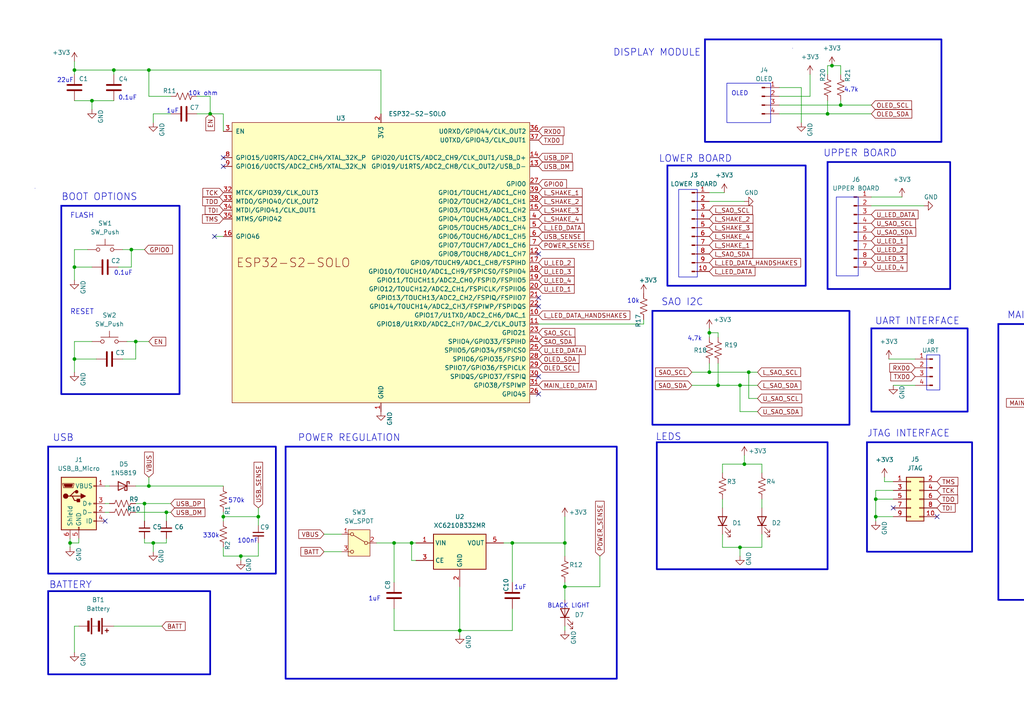
<source format=kicad_sch>
(kicad_sch (version 20231120) (generator "eeschema") (generator_version "8.0")
  (paper "A4")
  (junction (at 69.85 161.29))
  (junction (at 74.93 149.86))
  (junction (at 43.18 20.32))
  (junction (at 114.3 157.48))
  (junction (at 33.02 20.32))
  (junction (at 163.83 170.18))
  (junction (at 148.59 157.48))
  (junction (at 48.26 148.59))
  (junction (at 43.18 140.97))
  (junction (at 449.58 167.64))
  (junction (at 345.44 146.05))
  (junction (at 21.59 77.47))
  (junction (at 38.1 72.39))
  (junction (at 254 149.86))
  (junction (at 214.63 158.75))
  (junction (at 20.32 157.48))
  (junction (at 372.11 167.64))
  (junction (at 41.91 146.05))
  (junction (at 372.11 102.87))
  (junction (at 372.11 128.27))
  (junction (at 21.59 104.14))
  (junction (at 163.83 157.48))
  (junction (at 372.11 146.05))
  (junction (at 316.23 128.27))
  (junction (at 398.78 128.27))
  (junction (at 398.78 102.87))
  (junction (at 208.28 111.76))
  (junction (at 425.45 146.05))
  (junction (at 425.45 167.64))
  (junction (at 240.03 33.02))
  (junction (at 317.5 146.05))
  (junction (at 345.44 102.87))
  (junction (at 254 144.78))
  (junction (at 317.5 167.64))
  (junction (at 39.37 99.06))
  (junction (at 26.67 29.21))
  (junction (at 119.38 157.48))
  (junction (at 217.17 107.95))
  (junction (at 214.63 111.76))
  (junction (at 64.77 149.86))
  (junction (at 398.78 146.05))
  (junction (at 205.74 96.52))
  (junction (at 205.74 107.95))
  (junction (at 60.96 33.02))
  (junction (at 21.59 20.32))
  (junction (at 215.9 134.62))
  (junction (at 241.3 19.05))
  (junction (at 243.84 30.48))
  (junction (at 345.44 167.64))
  (junction (at 44.45 157.48))
  (junction (at 316.23 102.87))
  (junction (at 449.58 146.05))
  (junction (at 398.78 167.64))
  (junction (at 345.44 128.27))
  (junction (at 133.35 182.88))
  (no_connect (at 220.98 259.08))
  (no_connect (at 64.77 45.72))
  (no_connect (at 259.08 147.32))
  (no_connect (at 483.87 156.21))
  (no_connect (at 156.21 86.36))
  (no_connect (at 156.21 73.66))
  (no_connect (at 156.21 88.9))
  (no_connect (at 156.21 114.3))
  (no_connect (at 30.48 151.13))
  (no_connect (at 62.23 68.58))
  (no_connect (at 271.78 149.86))
  (no_connect (at 64.77 48.26))
  (no_connect (at 156.21 109.22))
  (wire (pts (xy 114.3 182.88) (xy 133.35 182.88)))
  (wire (pts (xy 398.78 146.05) (xy 398.78 148.59)))
  (wire (pts (xy 109.22 157.48) (xy 114.3 157.48)))
  (wire (pts (xy 205.74 96.52) (xy 205.74 97.79)))
  (wire (pts (xy 26.67 31.75) (xy 26.67 29.21)))
  (wire (pts (xy 48.26 148.59) (xy 49.53 148.59)))
  (wire (pts (xy 254 149.86) (xy 259.08 149.86)))
  (wire (pts (xy 372.11 146.05) (xy 372.11 148.59)))
  (wire (pts (xy 443.23 133.35) (xy 300.99 133.35)))
  (wire (pts (xy 214.63 158.75) (xy 220.98 158.75)))
  (wire (pts (xy 243.84 19.05) (xy 243.84 21.59)))
  (wire (pts (xy 215.9 134.62) (xy 220.98 134.62)))
  (wire (pts (xy 256.54 138.43) (xy 256.54 139.7)))
  (wire (pts (xy 33.02 20.32) (xy 33.02 21.59)))
  (wire (pts (xy 433.07 116.84) (xy 443.23 116.84)))
  (wire (pts (xy 240.03 29.21) (xy 240.03 33.02)))
  (wire (pts (xy 433.07 156.21) (xy 441.96 156.21)))
  (wire (pts (xy 208.28 96.52) (xy 205.74 96.52)))
  (wire (pts (xy 345.44 146.05) (xy 317.5 146.05)))
  (wire (pts (xy 21.59 81.28) (xy 21.59 77.47)))
  (wire (pts (xy 200.66 111.76) (xy 208.28 111.76)))
  (wire (pts (xy 133.35 170.18) (xy 133.35 182.88)))
  (wire (pts (xy 39.37 99.06) (xy 43.18 99.06)))
  (wire (pts (xy 406.4 156.21) (xy 417.83 156.21)))
  (wire (pts (xy 21.59 181.61) (xy 21.59 189.23)))
  (wire (pts (xy 372.11 128.27) (xy 398.78 128.27)))
  (wire (pts (xy 20.32 157.48) (xy 22.86 157.48)))
  (wire (pts (xy 317.5 163.83) (xy 317.5 167.64)))
  (wire (pts (xy 372.11 102.87) (xy 372.11 109.22)))
  (wire (pts (xy 220.98 144.78) (xy 220.98 147.32)))
  (wire (pts (xy 449.58 167.64) (xy 476.25 167.64)))
  (wire (pts (xy 240.03 21.59) (xy 240.03 19.05)))
  (wire (pts (xy 43.18 140.97) (xy 39.37 140.97)))
  (wire (pts (xy 21.59 17.78) (xy 21.59 20.32)))
  (wire (pts (xy 110.49 20.32) (xy 110.49 33.02)))
  (wire (pts (xy 163.83 157.48) (xy 163.83 149.86)))
  (wire (pts (xy 119.38 162.56) (xy 119.38 157.48)))
  (wire (pts (xy 33.02 20.32) (xy 21.59 20.32)))
  (wire (pts (xy 39.37 146.05) (xy 41.91 146.05)))
  (wire (pts (xy 379.73 156.21) (xy 391.16 156.21)))
  (wire (pts (xy 372.11 167.64) (xy 398.78 167.64)))
  (wire (pts (xy 425.45 146.05) (xy 449.58 146.05)))
  (wire (pts (xy 259.08 142.24) (xy 254 142.24)))
  (wire (pts (xy 316.23 124.46) (xy 316.23 128.27)))
  (wire (pts (xy 26.67 77.47) (xy 21.59 77.47)))
  (wire (pts (xy 148.59 157.48) (xy 148.59 168.91)))
  (wire (pts (xy 425.45 148.59) (xy 425.45 146.05)))
  (wire (pts (xy 30.48 148.59) (xy 31.75 148.59)))
  (wire (pts (xy 476.25 146.05) (xy 449.58 146.05)))
  (wire (pts (xy 74.93 152.4) (xy 74.93 149.86)))
  (wire (pts (xy 345.44 163.83) (xy 345.44 167.64)))
  (wire (pts (xy 36.83 99.06) (xy 39.37 99.06)))
  (wire (pts (xy 74.93 147.32) (xy 74.93 149.86)))
  (wire (pts (xy 300.99 156.21) (xy 309.88 156.21)))
  (wire (pts (xy 406.4 116.84) (xy 417.83 116.84)))
  (wire (pts (xy 425.45 167.64) (xy 449.58 167.64)))
  (wire (pts (xy 173.99 161.29) (xy 173.99 170.18)))
  (wire (pts (xy 119.38 157.48) (xy 120.65 157.48)))
  (wire (pts (xy 457.2 156.21) (xy 468.63 156.21)))
  (wire (pts (xy 208.28 97.79) (xy 208.28 96.52)))
  (wire (pts (xy 209.55 144.78) (xy 209.55 147.32)))
  (wire (pts (xy 398.78 167.64) (xy 425.45 167.64)))
  (wire (pts (xy 425.45 163.83) (xy 425.45 167.64)))
  (wire (pts (xy 345.44 124.46) (xy 345.44 128.27)))
  (wire (pts (xy 21.59 72.39) (xy 25.4 72.39)))
  (wire (pts (xy 345.44 102.87) (xy 345.44 109.22)))
  (wire (pts (xy 214.63 119.38) (xy 219.71 119.38)))
  (wire (pts (xy 64.77 158.75) (xy 64.77 161.29)))
  (wire (pts (xy 208.28 105.41) (xy 208.28 111.76)))
  (wire (pts (xy 345.44 128.27) (xy 372.11 128.27)))
  (wire (pts (xy 257.81 104.14) (xy 265.43 104.14)))
  (wire (pts (xy 425.45 109.22) (xy 425.45 102.87)))
  (wire (pts (xy 21.59 29.21) (xy 26.67 29.21)))
  (wire (pts (xy 215.9 58.42) (xy 205.74 58.42)))
  (wire (pts (xy 476.25 163.83) (xy 476.25 167.64)))
  (wire (pts (xy 39.37 104.14) (xy 39.37 99.06)))
  (wire (pts (xy 114.3 157.48) (xy 114.3 168.91)))
  (wire (pts (xy 317.5 146.05) (xy 317.5 148.59)))
  (wire (pts (xy 48.26 157.48) (xy 48.26 156.21)))
  (wire (pts (xy 345.44 102.87) (xy 372.11 102.87)))
  (wire (pts (xy 217.17 107.95) (xy 217.17 115.57)))
  (wire (pts (xy 254 142.24) (xy 254 144.78)))
  (wire (pts (xy 49.53 27.94) (xy 43.18 27.94)))
  (wire (pts (xy 148.59 182.88) (xy 148.59 176.53)))
  (wire (pts (xy 30.48 146.05) (xy 31.75 146.05)))
  (wire (pts (xy 241.3 19.05) (xy 243.84 19.05)))
  (wire (pts (xy 372.11 124.46) (xy 372.11 128.27)))
  (wire (pts (xy 21.59 104.14) (xy 21.59 99.06)))
  (wire (pts (xy 234.95 27.94) (xy 226.06 27.94)))
  (wire (pts (xy 398.78 124.46) (xy 398.78 128.27)))
  (wire (pts (xy 43.18 138.43) (xy 43.18 140.97)))
  (wire (pts (xy 148.59 157.48) (xy 163.83 157.48)))
  (wire (pts (xy 316.23 102.87) (xy 345.44 102.87)))
  (wire (pts (xy 27.94 104.14) (xy 21.59 104.14)))
  (wire (pts (xy 43.18 27.94) (xy 43.18 20.32)))
  (wire (pts (xy 21.59 99.06) (xy 26.67 99.06)))
  (wire (pts (xy 372.11 146.05) (xy 345.44 146.05)))
  (wire (pts (xy 398.78 109.22) (xy 398.78 102.87)))
  (wire (pts (xy 133.35 184.15) (xy 133.35 182.88)))
  (wire (pts (xy 30.48 140.97) (xy 31.75 140.97)))
  (wire (pts (xy 209.55 137.16) (xy 209.55 134.62)))
  (wire (pts (xy 114.3 157.48) (xy 119.38 157.48)))
  (wire (pts (xy 62.23 68.58) (xy 64.77 68.58)))
  (wire (pts (xy 353.06 116.84) (xy 364.49 116.84)))
  (wire (pts (xy 240.03 33.02) (xy 252.73 33.02)))
  (wire (pts (xy 35.56 104.14) (xy 39.37 104.14)))
  (wire (pts (xy 22.86 157.48) (xy 22.86 156.21)))
  (wire (pts (xy 449.58 146.05) (xy 449.58 148.59)))
  (wire (pts (xy 256.54 139.7) (xy 259.08 139.7)))
  (wire (pts (xy 60.96 33.02) (xy 64.77 33.02)))
  (wire (pts (xy 209.55 134.62) (xy 215.9 134.62)))
  (wire (pts (xy 48.26 148.59) (xy 48.26 151.13)))
  (wire (pts (xy 43.18 20.32) (xy 33.02 20.32)))
  (wire (pts (xy 38.1 72.39) (xy 38.1 77.47)))
  (wire (pts (xy 64.77 33.02) (xy 64.77 38.1)))
  (wire (pts (xy 74.93 149.86) (xy 64.77 149.86)))
  (wire (pts (xy 234.95 21.59) (xy 234.95 27.94)))
  (wire (pts (xy 93.98 160.02) (xy 99.06 160.02)))
  (wire (pts (xy 304.8 102.87) (xy 316.23 102.87)))
  (wire (pts (xy 205.74 105.41) (xy 205.74 107.95)))
  (wire (pts (xy 64.77 148.59) (xy 64.77 149.86)))
  (wire (pts (xy 449.58 163.83) (xy 449.58 167.64)))
  (wire (pts (xy 476.25 148.59) (xy 476.25 146.05)))
  (wire (pts (xy 21.59 77.47) (xy 21.59 72.39)))
  (wire (pts (xy 41.91 156.21) (xy 41.91 157.48)))
  (wire (pts (xy 254 149.86) (xy 254 151.13)))
  (wire (pts (xy 69.85 162.56) (xy 69.85 161.29)))
  (wire (pts (xy 214.63 161.29) (xy 214.63 158.75)))
  (wire (pts (xy 215.9 132.08) (xy 215.9 134.62)))
  (wire (pts (xy 114.3 182.88) (xy 114.3 176.53)))
  (wire (pts (xy 220.98 154.94) (xy 220.98 158.75)))
  (wire (pts (xy 35.56 72.39) (xy 38.1 72.39)))
  (wire (pts (xy 209.55 154.94) (xy 209.55 158.75)))
  (wire (pts (xy 41.91 157.48) (xy 44.45 157.48)))
  (wire (pts (xy 163.83 157.48) (xy 163.83 161.29)))
  (wire (pts (xy 44.45 35.56) (xy 44.45 33.02)))
  (wire (pts (xy 220.98 134.62) (xy 220.98 137.16)))
  (wire (pts (xy 243.84 30.48) (xy 252.73 30.48)))
  (wire (pts (xy 22.86 181.61) (xy 21.59 181.61)))
  (wire (pts (xy 146.05 157.48) (xy 148.59 157.48)))
  (wire (pts (xy 163.83 170.18) (xy 163.83 173.99)))
  (wire (pts (xy 60.96 27.94) (xy 57.15 27.94)))
  (wire (pts (xy 379.73 116.84) (xy 391.16 116.84)))
  (wire (pts (xy 353.06 156.21) (xy 364.49 156.21)))
  (wire (pts (xy 425.45 146.05) (xy 398.78 146.05)))
  (wire (pts (xy 425.45 124.46) (xy 425.45 128.27)))
  (wire (pts (xy 93.98 154.94) (xy 99.06 154.94)))
  (wire (pts (xy 163.83 168.91) (xy 163.83 170.18)))
  (wire (pts (xy 26.67 29.21) (xy 33.02 29.21)))
  (wire (pts (xy 325.12 156.21) (xy 337.82 156.21)))
  (wire (pts (xy 38.1 72.39) (xy 41.91 72.39)))
  (wire (pts (xy 345.44 146.05) (xy 345.44 148.59)))
  (wire (pts (xy 33.02 181.61) (xy 46.99 181.61)))
  (wire (pts (xy 261.62 57.15) (xy 252.73 57.15)))
  (wire (pts (xy 217.17 107.95) (xy 219.71 107.95)))
  (wire (pts (xy 21.59 20.32) (xy 21.59 21.59)))
  (wire (pts (xy 20.32 156.21) (xy 20.32 157.48)))
  (wire (pts (xy 41.91 146.05) (xy 49.53 146.05)))
  (wire (pts (xy 300.99 133.35) (xy 300.99 156.21)))
  (wire (pts (xy 120.65 162.56) (xy 119.38 162.56)))
  (wire (pts (xy 133.35 182.88) (xy 148.59 182.88)))
  (wire (pts (xy 259.08 111.76) (xy 265.43 111.76)))
  (wire (pts (xy 316.23 102.87) (xy 316.23 109.22)))
  (wire (pts (xy 173.99 170.18) (xy 163.83 170.18)))
  (wire (pts (xy 208.28 111.76) (xy 214.63 111.76)))
  (wire (pts (xy 398.78 128.27) (xy 425.45 128.27)))
  (wire (pts (xy 21.59 104.14) (xy 21.59 107.95)))
  (wire (pts (xy 60.96 27.94) (xy 60.96 33.02)))
  (wire (pts (xy 217.17 115.57) (xy 219.71 115.57)))
  (wire (pts (xy 43.18 140.97) (xy 64.77 140.97)))
  (wire (pts (xy 323.85 116.84) (xy 337.82 116.84)))
  (wire (pts (xy 372.11 102.87) (xy 398.78 102.87)))
  (wire (pts (xy 38.1 77.47) (xy 34.29 77.47)))
  (wire (pts (xy 372.11 163.83) (xy 372.11 167.64)))
  (wire (pts (xy 214.63 111.76) (xy 219.71 111.76)))
  (wire (pts (xy 317.5 167.64) (xy 345.44 167.64)))
  (wire (pts (xy 69.85 161.29) (xy 74.93 161.29)))
  (wire (pts (xy 186.69 92.71) (xy 186.69 93.98)))
  (wire (pts (xy 304.8 146.05) (xy 304.8 144.78)))
  (wire (pts (xy 240.03 19.05) (xy 241.3 19.05)))
  (wire (pts (xy 20.32 158.75) (xy 20.32 157.48)))
  (wire (pts (xy 267.97 59.69) (xy 252.73 59.69)))
  (wire (pts (xy 317.5 146.05) (xy 304.8 146.05)))
  (wire (pts (xy 254 144.78) (xy 259.08 144.78)))
  (wire (pts (xy 156.21 93.98) (xy 186.69 93.98)))
  (wire (pts (xy 64.77 161.29) (xy 69.85 161.29)))
  (wire (pts (xy 243.84 29.21) (xy 243.84 30.48)))
  (wire (pts (xy 60.96 33.02) (xy 57.15 33.02)))
  (wire (pts (xy 74.93 161.29) (xy 74.93 157.48)))
  (wire (pts (xy 226.06 30.48) (xy 243.84 30.48)))
  (wire (pts (xy 232.41 25.4) (xy 226.06 25.4)))
  (wire (pts (xy 163.83 181.61) (xy 163.83 182.88)))
  (wire (pts (xy 398.78 146.05) (xy 372.11 146.05)))
  (wire (pts (xy 41.91 151.13) (xy 41.91 146.05)))
  (wire (pts (xy 210.0855 55.88) (xy 205.74 55.88)))
  (wire (pts (xy 345.44 167.64) (xy 372.11 167.64)))
  (wire (pts (xy 43.18 20.32) (xy 110.49 20.32)))
  (wire (pts (xy 205.74 95.25) (xy 205.74 96.52)))
  (wire (pts (xy 44.45 157.48) (xy 48.26 157.48)))
  (wire (pts (xy 398.78 163.83) (xy 398.78 167.64)))
  (wire (pts (xy 443.23 116.84) (xy 443.23 133.35)))
  (wire (pts (xy 209.55 158.75) (xy 214.63 158.75)))
  (wire (pts (xy 64.77 149.86) (xy 64.77 151.13)))
  (wire (pts (xy 398.78 102.87) (xy 425.45 102.87)))
  (wire (pts (xy 214.63 119.38) (xy 214.63 111.76)))
  (wire (pts (xy 39.37 148.59) (xy 48.26 148.59)))
  (wire (pts (xy 232.41 25.4) (xy 232.41 35.56)))
  (wire (pts (xy 205.74 107.95) (xy 217.17 107.95)))
  (wire (pts (xy 44.45 33.02) (xy 49.53 33.02)))
  (wire (pts (xy 200.66 107.95) (xy 205.74 107.95)))
  (wire (pts (xy 306.07 128.27) (xy 316.23 128.27)))
  (wire (pts (xy 316.23 128.27) (xy 345.44 128.27)))
  (wire (pts (xy 254 144.78) (xy 254 149.86)))
  (wire (pts (xy 307.34 167.64) (xy 317.5 167.64)))
  (wire (pts (xy 44.45 160.02) (xy 44.45 157.48)))
  (wire (pts (xy 226.06 33.02) (xy 240.03 33.02)))
  (rectangle (start 189.23 90.17) (end 246.38 123.19) (stroke (width 0.5)))
  (rectangle (start 229.87 13.97) (end 229.87 13.97))
  (rectangle (start 10.16 54.61) (end 10.16 54.61))
  (rectangle (start 13.97 171.45) (end 60.96 195.58) (stroke (width 0.5)))
  (rectangle (start 193.5755 47.9965) (end 233.68 82.8802) (stroke (width 0.5)))
  (rectangle (start 268.7803 102.9425) (end 272.5903 113.1025))
  (rectangle (start 242.57 57.15) (end 248.92 80.01))
  (rectangle (start 82.8385 129.54) (end 178.8872 196.85) (stroke (width 0.5)))
  (rectangle (start 251.46 128.27) (end 281.94 160.02) (stroke (width 0.5)))
  (rectangle (start 13.97 129.54) (end 80.01 166.37) (stroke (width 0.5)))
  (rectangle (start 204.47 11.43) (end 273.05 41.1476) (stroke (width 0.5)))
  (rectangle (start 190.5 128.27) (end 240.03 165.1) (stroke (width 0.5)))
  (rectangle (start 17.78 59.69) (end 52.07 114.3) (stroke (width 0.5)))
  (rectangle (start 210.82 24.13) (end 223.52 35.56))
  (rectangle (start 252.73 95.25) (end 280.6509 119.38) (stroke (width 0.5)))
  (rectangle (start 196.85 54.9402) (end 202.2473 80.3402))
  (rectangle (start 240.03 46.99) (end 275.59 83.82) (stroke (width 0.5)))
  (rectangle (start 289.56 93.98) (end 494.03 173.99) (stroke (width 0.5)))
  (text "0.1uF" (at 34.29 29.21 0) (effects (font (size 1.27 1.27)) (justify left bottom)))
  (text "LEDS" (at 190.1298 128.0241 0) (effects (font (size 2 2)) (justify left bottom)))
  (text "BOOT OPTIONS" (at 17.78 58.42 0) (effects (font (size 2 2)) (justify left bottom)))
  (text "BATTERY" (at 14.224 170.942 0) (effects (font (size 2 2)) (justify left bottom)))
  (text "SAO I2C" (at 191.77 88.9 0) (effects (font (size 2 2)) (justify left bottom)))
  (text "UART INTERFACE" (at 253.7445 94.4313 0) (effects (font (size 2 2)) (justify left bottom)))
  (text "JTAG INTERFACE" (at 251.46 127 0) (effects (font (size 2 2)) (justify left bottom)))
  (text "10k ohm" (at 54.61 27.94 0) (effects (font (size 1.27 1.27)) (justify left bottom)))
  (text "POWER REGULATION" (at 86.36 128.27 0) (effects (font (size 2 2)) (justify left bottom)))
  (text "22uF" (at 16.51 24.13 0) (effects (font (size 1.27 1.27)) (justify left bottom)))
  (text "OLED" (at 212.09 27.94 0) (effects (font (size 1.27 1.27)) (justify left bottom)))
  (text "RESET" (at 20.32 91.44 0) (effects (font (size 1.5 1.5)) (justify left bottom)))
  (text "330k" (at 61.214 155.448 0) (effects (font (size 1.27 1.27))))
  (text "MAIN BOARD ADDRESSABLE LEDS" (at 292.1 92.71 0) (effects (font (size 2 2)) (justify left bottom)))
  (text "4.7k" (at 199.39 99.06 0) (effects (font (size 1.27 1.27)) (justify left bottom)))
  (text "1uF" (at 48.26 33.02 0) (effects (font (size 1.27 1.27)) (justify left bottom)))
  (text "1uF" (at 106.8332 174.4941 0) (effects (font (size 1.27 1.27)) (justify left bottom)))
  (text "USB" (at 15.24 128.27 0) (effects (font (size 2 2)) (justify left bottom)))
  (text "570k" (at 68.58 145.288 0) (effects (font (size 1.27 1.27))))
  (text "1uF" (at 149.098 171.196 0) (effects (font (size 1.27 1.27)) (justify left bottom)))
  (text "FLASH" (at 20.32 63.5 0) (effects (font (size 1.5 1.5)) (justify left bottom)))
  (text "100nF" (at 71.882 156.972 0) (effects (font (size 1.27 1.27))))
  (text "0.1uF" (at 33.02 80.01 0) (effects (font (size 1.27 1.27)) (justify left bottom)))
  (text "10k" (at 181.864 88.138 0) (effects (font (size 1.27 1.27)) (justify left bottom)))
  (text "4.7k" (at 246.888 26.162 0) (effects (font (size 1.27 1.27))))
  (text "UPPER BOARD" (at 238.76 45.72 0) (effects (font (size 2 2)) (justify left bottom)))
  (text "DISPLAY MODULE" (at 177.8 16.51 0) (effects (font (size 2 2)) (justify left bottom)))
  (text "BLACK LIGHT" (at 158.75 176.53 0) (effects (font (size 1.27 1.27)) (justify left bottom)))
  (text "LOWER BOARD" (at 191.0355 47.3202 0) (effects (font (size 2 2)) (justify left bottom)))
  (global_label "EN" (shape input) (at 43.18 99.06 0) (property "Intersheetrefs" "${INTERSHEET_REFS}" (effects (hide yes))))
  (global_label "SAO_SCL" (shape input) (at 200.66 107.95 180) (property "Intersheetrefs" "${INTERSHEET_REFS}" (effects (hide yes))))
  (global_label "TXD0" (shape input) (at 265.43 109.22 180) (property "Intersheetrefs" "${INTERSHEET_REFS}" (effects (hide yes))))
  (global_label "MAIN_LED_DATA" (shape input) (at 308.61 116.84 180) (property "Intersheetrefs" "${INTERSHEET_REFS}" (effects (hide yes))))
  (global_label "U_LED_1" (shape input) (at 156.21 83.82 0) (property "Intersheetrefs" "${INTERSHEET_REFS}" (effects (hide yes))))
  (global_label "U_LED_2" (shape input) (at 252.73 72.39 0) (property "Intersheetrefs" "${INTERSHEET_REFS}" (effects (hide yes))))
  (global_label "TDO" (shape input) (at 271.78 144.78 0) (property "Intersheetrefs" "${INTERSHEET_REFS}" (effects (hide yes))))
  (global_label "U_SAO_SCL" (shape input) (at 252.73 64.77 0) (property "Intersheetrefs" "${INTERSHEET_REFS}" (effects (hide yes))))
  (global_label "EN" (shape input) (at 60.96 33.02 270) (property "Intersheetrefs" "${INTERSHEET_REFS}" (effects (hide yes))))
  (global_label "TMS" (shape input) (at 271.78 139.7 0) (property "Intersheetrefs" "${INTERSHEET_REFS}" (effects (hide yes))))
  (global_label "U_LED_3" (shape input) (at 252.73 74.93 0) (property "Intersheetrefs" "${INTERSHEET_REFS}" (effects (hide yes))))
  (global_label "USB_DM" (shape input) (at 49.53 148.59 0) (property "Intersheetrefs" "${INTERSHEET_REFS}" (effects (hide yes))))
  (global_label "L_SHAKE_1" (shape input) (at 156.21 55.88 0) (property "Intersheetrefs" "${INTERSHEET_REFS}" (effects (hide yes))))
  (global_label "L_SHAKE_2" (shape input) (at 156.21 58.42 0) (property "Intersheetrefs" "${INTERSHEET_REFS}" (effects (hide yes))))
  (global_label "L_LED_DATA_HANDSHAKES" (shape input) (at 205.74 76.2 0) (property "Intersheetrefs" "${INTERSHEET_REFS}" (effects (hide yes))))
  (global_label "TMS" (shape input) (at 64.77 63.5 180) (property "Intersheetrefs" "${INTERSHEET_REFS}" (effects (hide yes))))
  (global_label "U_LED_1" (shape input) (at 252.73 69.85 0) (property "Intersheetrefs" "${INTERSHEET_REFS}" (effects (hide yes))))
  (global_label "SAO_SCL" (shape input) (at 156.21 96.52 0) (property "Intersheetrefs" "${INTERSHEET_REFS}" (effects (hide yes))))
  (global_label "POWER_SENSE" (shape input) (at 156.21 71.12 0) (property "Intersheetrefs" "${INTERSHEET_REFS}" (effects (hide yes))))
  (global_label "TDO" (shape input) (at 64.77 58.42 180) (property "Intersheetrefs" "${INTERSHEET_REFS}" (effects (hide yes))))
  (global_label "L_SHAKE_3" (shape input) (at 205.74 66.04 0) (property "Intersheetrefs" "${INTERSHEET_REFS}" (effects (hide yes))))
  (global_label "U_LED_DATA" (shape input) (at 252.73 62.23 0) (property "Intersheetrefs" "${INTERSHEET_REFS}" (effects (hide yes))))
  (global_label "TDI" (shape input) (at 271.78 147.32 0) (property "Intersheetrefs" "${INTERSHEET_REFS}" (effects (hide yes))))
  (global_label "U_SAO_SCL" (shape input) (at 219.71 115.57 0) (property "Intersheetrefs" "${INTERSHEET_REFS}" (effects (hide yes))))
  (global_label "TXD0" (shape input) (at 156.21 40.64 0) (property "Intersheetrefs" "${INTERSHEET_REFS}" (effects (hide yes))))
  (global_label "L_SHAKE_2" (shape input) (at 205.74 63.5 0) (property "Intersheetrefs" "${INTERSHEET_REFS}" (effects (hide yes))))
  (global_label "POWER_SENSE" (shape input) (at 173.99 161.29 90) (property "Intersheetrefs" "${INTERSHEET_REFS}" (effects (hide yes))))
  (global_label "U_SAO_SDA" (shape input) (at 252.73 67.31 0) (property "Intersheetrefs" "${INTERSHEET_REFS}" (effects (hide yes))))
  (global_label "L_SAO_SDA" (shape input) (at 219.71 111.76 0) (property "Intersheetrefs" "${INTERSHEET_REFS}" (effects (hide yes))))
  (global_label "L_LED_DATA_HANDSHAKES" (shape input) (at 156.21 91.44 0) (property "Intersheetrefs" "${INTERSHEET_REFS}" (effects (hide yes))))
  (global_label "L_SAO_SCL" (shape input) (at 205.74 60.96 0) (property "Intersheetrefs" "${INTERSHEET_REFS}" (effects (hide yes))))
  (global_label "L_SAO_SDA" (shape input) (at 205.74 73.66 0) (property "Intersheetrefs" "${INTERSHEET_REFS}" (effects (hide yes))))
  (global_label "USB_DP" (shape input) (at 156.21 45.72 0) (property "Intersheetrefs" "${INTERSHEET_REFS}" (effects (hide yes))))
  (global_label "RXD0" (shape input) (at 265.43 106.68 180) (property "Intersheetrefs" "${INTERSHEET_REFS}" (effects (hide yes))))
  (global_label "RXD0" (shape input) (at 156.21 38.1 0) (property "Intersheetrefs" "${INTERSHEET_REFS}" (effects (hide yes))))
  (global_label "GPIO0" (shape input) (at 41.91 72.39 0) (property "Intersheetrefs" "${INTERSHEET_REFS}" (effects (hide yes))))
  (global_label "TCK" (shape input) (at 271.78 142.24 0) (property "Intersheetrefs" "${INTERSHEET_REFS}" (effects (hide yes))))
  (global_label "U_LED_3" (shape input) (at 156.21 78.74 0) (property "Intersheetrefs" "${INTERSHEET_REFS}" (effects (hide yes))))
  (global_label "L_SHAKE_3" (shape input) (at 156.21 60.96 0) (property "Intersheetrefs" "${INTERSHEET_REFS}" (effects (hide yes))))
  (global_label "SAO_SDA" (shape input) (at 200.66 111.76 180) (property "Intersheetrefs" "${INTERSHEET_REFS}" (effects (hide yes))))
  (global_label "BATT" (shape input) (at 93.98 160.02 180) (property "Intersheetrefs" "${INTERSHEET_REFS}" (effects (hide yes))))
  (global_label "OLED_SDA" (shape input) (at 252.73 33.02 0) (property "Intersheetrefs" "${INTERSHEET_REFS}" (effects (hide yes))))
  (global_label "L_LED_DATA" (shape input) (at 205.74 78.74 0) (property "Intersheetrefs" "${INTERSHEET_REFS}" (effects (hide yes))))
  (global_label "OLED_SDA" (shape input) (at 156.21 104.14 0) (property "Intersheetrefs" "${INTERSHEET_REFS}" (effects (hide yes))))
  (global_label "L_LED_DATA" (shape input) (at 156.21 66.04 0) (property "Intersheetrefs" "${INTERSHEET_REFS}" (effects (hide yes))))
  (global_label "U_LED_DATA" (shape input) (at 156.21 101.6 0) (property "Intersheetrefs" "${INTERSHEET_REFS}" (effects (hide yes))))
  (global_label "MAIN_LED_DATA" (shape input) (at 156.21 111.76 0) (property "Intersheetrefs" "${INTERSHEET_REFS}" (effects (hide yes))))
  (global_label "L_SHAKE_4" (shape input) (at 156.21 63.5 0) (property "Intersheetrefs" "${INTERSHEET_REFS}" (effects (hide yes))))
  (global_label "U_SAO_SDA" (shape input) (at 219.71 119.38 0) (property "Intersheetrefs" "${INTERSHEET_REFS}" (effects (hide yes))))
  (global_label "VBUS" (shape input) (at 43.18 138.43 90) (property "Intersheetrefs" "${INTERSHEET_REFS}" (effects (hide yes))))
  (global_label "SAO_SDA" (shape input) (at 156.21 99.06 0) (property "Intersheetrefs" "${INTERSHEET_REFS}" (effects (hide yes))))
  (global_label "BATT" (shape input) (at 46.99 181.61 0) (property "Intersheetrefs" "${INTERSHEET_REFS}" (effects (hide yes))))
  (global_label "GPIO0" (shape input) (at 156.21 53.34 0) (property "Intersheetrefs" "${INTERSHEET_REFS}" (effects (hide yes))))
  (global_label "OLED_SCL" (shape input) (at 156.21 106.68 0) (property "Intersheetrefs" "${INTERSHEET_REFS}" (effects (hide yes))))
  (global_label "U_LED_2" (shape input) (at 156.21 76.2 0) (property "Intersheetrefs" "${INTERSHEET_REFS}" (effects (hide yes))))
  (global_label "TCK" (shape input) (at 64.77 55.88 180) (property "Intersheetrefs" "${INTERSHEET_REFS}" (effects (hide yes))))
  (global_label "U_LED_4" (shape input) (at 156.21 81.28 0) (property "Intersheetrefs" "${INTERSHEET_REFS}" (effects (hide yes))))
  (global_label "USB_DP" (shape input) (at 49.53 146.05 0) (property "Intersheetrefs" "${INTERSHEET_REFS}" (effects (hide yes))))
  (global_label "L_SAO_SCL" (shape input) (at 219.71 107.95 0) (property "Intersheetrefs" "${INTERSHEET_REFS}" (effects (hide yes))))
  (global_label "USB_DM" (shape input) (at 156.21 48.26 0) (property "Intersheetrefs" "${INTERSHEET_REFS}" (effects (hide yes))))
  (global_label "L_SHAKE_4" (shape input) (at 205.74 68.58 0) (property "Intersheetrefs" "${INTERSHEET_REFS}" (effects (hide yes))))
  (global_label "USB_SENSE" (shape input) (at 156.21 68.58 0) (property "Intersheetrefs" "${INTERSHEET_REFS}" (effects (hide yes))))
  (global_label "USB_SENSE" (shape input) (at 74.93 147.32 90) (property "Intersheetrefs" "${INTERSHEET_REFS}" (effects (hide yes))))
  (global_label "L_SHAKE_1" (shape input) (at 205.74 71.12 0) (property "Intersheetrefs" "${INTERSHEET_REFS}" (effects (hide yes))))
  (global_label "OLED_SCL" (shape input) (at 252.73 30.48 0) (property "Intersheetrefs" "${INTERSHEET_REFS}" (effects (hide yes))))
  (global_label "U_LED_4" (shape input) (at 252.73 77.47 0) (property "Intersheetrefs" "${INTERSHEET_REFS}" (effects (hide yes))))
  (global_label "VBUS" (shape input) (at 93.98 154.94 180) (property "Intersheetrefs" "${INTERSHEET_REFS}" (effects (hide yes))))
  (global_label "TDI" (shape input) (at 64.77 60.96 180) (property "Intersheetrefs" "${INTERSHEET_REFS}" (effects (hide yes))))
  (symbol (lib_id "power:GND") (at 44.45 35.56 0) (unit 1)
    (property "Reference" "#PWR015" (effects (hide yes)))
    (property "Value" "GND" (at 46.99 35.56 90) (effects (justify right)))
  )
  (symbol (lib_id "Device:C_Small") (at 74.93 154.94 0) (unit 1)
    (property "Reference" "C9" (at 75.438 152.908 0) (effects (justify left)))
    (property "Value" "10uF" (effects (hide yes)))
    (property "Footprint" "Capacitor_SMD:C_0603_1608Metric_Pad1.08x0.95mm_HandSolder" (effects (hide yes)))
  )
  (symbol (lib_id "Device:R_US") (at 243.84 25.4 180) (unit 1)
    (property "Reference" "R21" (at 245.872 21.844 90))
    (property "Value" "R_US" (effects (hide yes)))
    (property "Footprint" "Resistor_SMD:R_0603_1608Metric_Pad0.98x0.95mm_HandSolder" (effects (hide yes)))
  )
  (symbol (lib_id "LED:SK6812MINI") (at 316.23 116.84 0) (unit 1)
    (property "Reference" "D8" (at 328.93 113.1921 0))
    (property "Value" "SK6812MINI" (at 328.93 115.7321 0))
    (property "Footprint" "mad_hatter_badge:mad_hatter_sk6812mini" (effects (hide yes)))
    (property "Datasheet" "https://cdn-shop.adafruit.com/product-files/2686/SK6812MINI_REV.01-1-2.pdf" (effects (hide yes)))
  )
  (symbol (lib_id "Connector:Conn_01x10_Pin") (at 200.66 66.04 0) (unit 1)
    (property "Reference" "J3" (at 201.295 50.8 0))
    (property "Value" "LOWER BOARD" (at 201.295 53.34 0))
    (property "Footprint" "mad_hatter_badge:mad_hatter_lower_board_connector" (effects (hide yes)))
  )
  (symbol (lib_id "Device:R_US") (at 64.77 154.94 180) (unit 1)
    (property "Reference" "R2" (at 65.9983 158.1967 90))
    (property "Value" "R_US" (effects (hide yes)))
    (property "Footprint" "Resistor_SMD:R_0603_1608Metric_Pad0.98x0.95mm_HandSolder" (effects (hide yes)))
  )
  (symbol (lib_id "power:+3V3") (at 234.95 21.59 0) (unit 1)
    (property "Reference" "#PWR01" (effects (hide yes)))
    (property "Value" "+3V3" (at 234.95 16.51 0))
  )
  (symbol (lib_id "power:GND") (at 21.59 189.23 0) (unit 1)
    (property "Reference" "#PWR013" (effects (hide yes)))
    (property "Value" "GND" (at 24.13 189.23 90) (effects (justify right)))
  )
  (symbol (lib_id "Device:R_US") (at 240.03 25.4 180) (unit 1)
    (property "Reference" "R20" (at 238.6251 21.7734 90))
    (property "Value" "R_US" (effects (hide yes)))
    (property "Footprint" "Resistor_SMD:R_0603_1608Metric_Pad0.98x0.95mm_HandSolder" (effects (hide yes)))
  )
  (symbol (lib_id "Device:C") (at 53.34 33.02 270) (unit 1)
    (property "Reference" "C7" (at 56.4037 31.1915 90))
    (property "Value" "C" (effects (hide yes)))
    (property "Footprint" "Capacitor_SMD:C_0603_1608Metric_Pad1.08x0.95mm_HandSolder" (effects (hide yes)))
  )
  (symbol (lib_id "LED:SK6812MINI") (at 398.78 156.21 0) (unit 1)
    (property "Reference" "D16" (at 411.48 152.5621 0))
    (property "Value" "SK6812MINI" (at 411.48 155.1021 0))
    (property "Footprint" "mad_hatter_badge:mad_hatter_sk6812mini" (effects (hide yes)))
    (property "Datasheet" "https://cdn-shop.adafruit.com/product-files/2686/SK6812MINI_REV.01-1-2.pdf" (effects (hide yes)))
  )
  (symbol (lib_id "LED:SK6812MINI") (at 449.58 156.21 0) (unit 1)
    (property "Reference" "D18" (at 462.28 152.5621 0))
    (property "Value" "SK6812MINI" (at 462.28 155.1021 0))
    (property "Footprint" "mad_hatter_badge:mad_hatter_sk6812mini" (effects (hide yes)))
    (property "Datasheet" "https://cdn-shop.adafruit.com/product-files/2686/SK6812MINI_REV.01-1-2.pdf" (effects (hide yes)))
  )
  (symbol (lib_id "Device:R_US") (at 205.74 101.6 0) (unit 1)
    (property "Reference" "R18" (at 201.168 101.6 0) (effects (justify left)))
    (property "Value" "R_US" (effects (hide yes)))
    (property "Footprint" "Resistor_SMD:R_0603_1608Metric_Pad0.98x0.95mm_HandSolder" (effects (hide yes)))
  )
  (symbol (lib_id "power:GND") (at 44.45 160.02 0) (unit 1)
    (property "Reference" "#PWR016" (effects (hide yes)))
    (property "Value" "GND" (at 46.736 159.258 90) (effects (justify right)))
  )
  (symbol (lib_id "PCM_Espressif:ESP32-S2-SOLO") (at 110.49 76.2 0) (unit 1)
    (property "Reference" "U3" (at 97.4441 34.29 0) (effects (justify left)))
    (property "Value" "ESP32-S2-SOLO" (at 112.6841 33.02 0) (effects (justify left)))
    (property "Footprint" "PCM_Espressif:ESP32-S2-SOLO" (effects (hide yes)))
    (property "Datasheet" "https://www.espressif.com/sites/default/files/documentation/esp32-s2-solo_esp32-s2-solo-u_datasheet_en.pdf" (effects (hide yes)))
  )
  (symbol (lib_id "Device:LED") (at 209.55 151.13 90) (unit 1)
    (property "Reference" "D1" (at 212.4013 151.6696 90) (effects (justify right)))
    (property "Value" "LED" (effects (hide yes)))
    (property "Footprint" "LED_SMD:LED_1206_3216Metric_Pad1.42x1.75mm_HandSolder" (effects (hide yes)))
  )
  (symbol (lib_id "LED:SK6812MINI") (at 317.5 156.21 0) (unit 1)
    (property "Reference" "D13" (at 330.2 152.5621 0))
    (property "Value" "SK6812MINI" (at 330.2 155.1021 0))
    (property "Footprint" "mad_hatter_badge:mad_hatter_sk6812mini" (effects (hide yes)))
    (property "Datasheet" "https://cdn-shop.adafruit.com/product-files/2686/SK6812MINI_REV.01-1-2.pdf" (effects (hide yes)))
  )
  (symbol (lib_id "power:GND") (at 69.85 162.56 0) (unit 1)
    (property "Reference" "#PWR02" (effects (hide yes)))
    (property "Value" "GND" (at 72.136 161.798 90) (effects (justify right)))
  )
  (symbol (lib_id "power:GND") (at 21.59 107.95 0) (unit 1)
    (property "Reference" "#PWR012" (effects (hide yes)))
    (property "Value" "GND" (at 24.13 107.95 90) (effects (justify right)))
  )
  (symbol (lib_id "LED:SK6812MINI") (at 425.45 116.84 0) (unit 1)
    (property "Reference" "D12" (at 438.15 113.1921 0))
    (property "Value" "SK6812MINI" (at 438.15 115.7321 0))
    (property "Footprint" "mad_hatter_badge:mad_hatter_sk6812mini" (effects (hide yes)))
    (property "Datasheet" "https://cdn-shop.adafruit.com/product-files/2686/SK6812MINI_REV.01-1-2.pdf" (effects (hide yes)))
  )
  (symbol (lib_id "Device:R_US") (at 64.77 144.78 180) (unit 1)
    (property "Reference" "R1" (at 65.9983 148.0367 90))
    (property "Value" "R_US" (effects (hide yes)))
    (property "Footprint" "Resistor_SMD:R_0603_1608Metric_Pad0.98x0.95mm_HandSolder" (effects (hide yes)))
  )
  (symbol (lib_id "power:+3V3") (at 241.3 19.05 0) (unit 1)
    (property "Reference" "#PWR033" (effects (hide yes)))
    (property "Value" "+3V3" (at 241.3 13.97 0))
  )
  (symbol (lib_id "power:GND") (at 259.08 111.76 0) (unit 1)
    (property "Reference" "#PWR035" (effects (hide yes)))
    (property "Value" "GND" (at 261.62 111.76 90) (effects (justify right)))
  )
  (symbol (lib_id "power:+3V3") (at 21.59 17.78 0) (unit 1)
    (property "Reference" "#PWR010" (effects (hide yes)))
    (property "Value" "+3V3" (at 17.78 15.24 0))
  )
  (symbol (lib_id "Device:C") (at 31.75 104.14 270) (unit 1)
    (property "Reference" "C3" (at 34.8137 102.3115 90))
    (property "Value" "C" (effects (hide yes)))
    (property "Footprint" "Capacitor_SMD:C_0603_1608Metric_Pad1.08x0.95mm_HandSolder" (effects (hide yes)))
  )
  (symbol (lib_id "LED:SK6812MINI") (at 372.11 156.21 0) (unit 1)
    (property "Reference" "D15" (at 384.81 152.5621 0))
    (property "Value" "SK6812MINI" (at 384.81 155.1021 0))
    (property "Footprint" "mad_hatter_badge:mad_hatter_sk6812mini" (effects (hide yes)))
    (property "Datasheet" "https://cdn-shop.adafruit.com/product-files/2686/SK6812MINI_REV.01-1-2.pdf" (effects (hide yes)))
  )
  (symbol (lib_id "power:+3V3") (at 186.69 85.09 0) (unit 1)
    (property "Reference" "#PWR023" (effects (hide yes)))
    (property "Value" "+3V3" (at 187.96 81.28 0))
  )
  (symbol (lib_id "Switch:SW_Push") (at 31.75 99.06 0) (unit 1)
    (property "Reference" "SW2" (at 31.75 91.44 0))
    (property "Value" "SW_Push" (at 31.75 93.98 0))
    (property "Footprint" "Button_Switch_SMD:SW_SPST_TL3305A" (effects (hide yes)))
  )
  (symbol (lib_id "power:+3V3") (at 304.8 144.78 0) (unit 1)
    (property "Reference" "#PWR041" (effects (hide yes)))
    (property "Value" "+3V3" (at 304.8 139.7 0))
  )
  (symbol (lib_id "LED:SK6812MINI") (at 398.78 116.84 0) (unit 1)
    (property "Reference" "D11" (at 411.48 113.1921 0))
    (property "Value" "SK6812MINI" (at 411.48 115.7321 0))
    (property "Footprint" "mad_hatter_badge:mad_hatter_sk6812mini" (effects (hide yes)))
    (property "Datasheet" "https://cdn-shop.adafruit.com/product-files/2686/SK6812MINI_REV.01-1-2.pdf" (effects (hide yes)))
  )
  (symbol (lib_id "power:GND") (at 254 151.13 0) (unit 1)
    (property "Reference" "#PWR028" (effects (hide yes)))
    (property "Value" "GND" (at 256.54 151.13 90) (effects (justify right)))
  )
  (symbol (lib_id "power:GND") (at 20.32 158.75 0) (unit 1)
    (property "Reference" "#PWR09" (effects (hide yes)))
    (property "Value" "GND" (at 22.86 158.75 90) (effects (justify right)))
  )
  (symbol (lib_id "Device:LED") (at 220.98 151.13 90) (unit 1)
    (property "Reference" "D2" (at 223.8313 151.6696 90) (effects (justify right)))
    (property "Value" "LED" (effects (hide yes)))
    (property "Footprint" "LED_SMD:LED_1206_3216Metric_Pad1.42x1.75mm_HandSolder" (effects (hide yes)))
  )
  (symbol (lib_id "LED:SK6812MINI") (at 345.44 156.21 0) (unit 1)
    (property "Reference" "D14" (at 358.14 152.5621 0))
    (property "Value" "SK6812MINI" (at 358.14 155.1021 0))
    (property "Footprint" "mad_hatter_badge:mad_hatter_sk6812mini" (effects (hide yes)))
    (property "Datasheet" "https://cdn-shop.adafruit.com/product-files/2686/SK6812MINI_REV.01-1-2.pdf" (effects (hide yes)))
  )
  (symbol (lib_id "power:GND") (at 267.97 59.69 90) (unit 1)
    (property "Reference" "#PWR039" (effects (hide yes)))
    (property "Value" "GND" (at 267.97 57.15 90) (effects (justify right)))
  )
  (symbol (lib_id "LED:SK6812MINI") (at 476.25 156.21 0) (unit 1)
    (property "Reference" "D19" (at 488.95 152.5621 0))
    (property "Value" "SK6812MINI" (at 488.95 155.1021 0))
    (property "Footprint" "mad_hatter_badge:mad_hatter_sk6812mini" (effects (hide yes)))
    (property "Datasheet" "https://cdn-shop.adafruit.com/product-files/2686/SK6812MINI_REV.01-1-2.pdf" (effects (hide yes)))
  )
  (symbol (lib_id "power:GND") (at 214.63 161.29 0) (unit 1)
    (property "Reference" "#PWR03" (effects (hide yes)))
    (property "Value" "GND" (at 217.17 160.02 90) (effects (justify right)))
  )
  (symbol (lib_id "Device:C") (at 30.48 77.47 270) (unit 1)
    (property "Reference" "C2" (at 33.5437 75.6415 90))
    (property "Value" "C" (effects (hide yes)))
    (property "Footprint" "Capacitor_SMD:C_0603_1608Metric_Pad1.08x0.95mm_HandSolder" (effects (hide yes)))
  )
  (symbol (lib_id "Device:C_Small") (at 48.26 153.67 0) (unit 1)
    (property "Reference" "C6" (at 50.5841 152.8416 0) (effects (justify left)))
    (property "Value" "10uF" (effects (hide yes)))
    (property "Footprint" "Capacitor_SMD:C_0603_1608Metric_Pad1.08x0.95mm_HandSolder" (effects (hide yes)))
  )
  (symbol (lib_id "power:+3V3") (at 256.54 138.43 0) (unit 1)
    (property "Reference" "#PWR029" (effects (hide yes)))
    (property "Value" "+3V3" (at 256.54 133.35 0))
  )
  (symbol (lib_id "Connector:USB_B_Micro") (at 22.86 146.05 0) (unit 1)
    (property "Reference" "J1" (at 22.86 133.35 0))
    (property "Value" "USB_B_Micro" (at 22.86 135.89 0))
    (property "Footprint" "Connector_USB:USB_Micro-B_Amphenol_10118193-0001LF_Horizontal" (effects (hide yes)))
  )
  (symbol (lib_id "Switch:SW_SPDT") (at 104.14 157.48 0) (mirror y) (unit 1)
    (property "Reference" "SW3" (at 104.14 148.59 0))
    (property "Value" "SW_SPDT" (at 104.14 151.13 0))
    (property "Footprint" "mad_hatter_badge:mad_hatter_switch_2" (effects (hide yes)))
  )
  (symbol (lib_id "power:+3V3") (at 261.62 57.15 0) (unit 1)
    (property "Reference" "#PWR038" (effects (hide yes)))
    (property "Value" "+3V3" (at 261.62 52.07 0))
  )
  (symbol (lib_id "power:+3V3") (at 215.9 132.08 0) (unit 1)
    (property "Reference" "#PWR05" (effects (hide yes)))
    (property "Value" "+3V3" (at 219.71 130.81 0))
  )
  (symbol (lib_id "power:GND") (at 306.07 128.27 0) (unit 1)
    (property "Reference" "#PWR042" (effects (hide yes)))
    (property "Value" "GND" (at 308.61 128.27 90) (effects (justify right)))
  )
  (symbol (lib_id "Device:C") (at 21.59 25.4 0) (unit 1)
    (property "Reference" "C1" (at 22.86 22.86 0) (effects (justify left)))
    (property "Value" "C" (effects (hide yes)))
    (property "Footprint" "Capacitor_SMD:C_0805_2012Metric_Pad1.18x1.45mm_HandSolder" (effects (hide yes)))
  )
  (symbol (lib_id "Device:R_US") (at 35.56 148.59 270) (unit 1)
    (property "Reference" "R10" (at 38.8167 147.6373 90))
    (property "Value" "R_US" (effects (hide yes)))
    (property "Footprint" "Resistor_SMD:R_0603_1608Metric_Pad0.98x0.95mm_HandSolder" (effects (hide yes)))
  )
  (symbol (lib_id "power:+3V3") (at 210.0855 55.88 0) (unit 1)
    (property "Reference" "#PWR027" (effects (hide yes)))
    (property "Value" "+3V3" (at 210.0855 50.8 0))
  )
  (symbol (lib_id "Connector:Conn_01x04_Pin") (at 270.51 106.68 0) (mirror y) (unit 1)
    (property "Reference" "J8" (at 269.875 99.06 0))
    (property "Value" "UART" (at 269.875 101.6 0))
    (property "Footprint" "mad_hatter_badge:mad_hatter_sneaky_uart_connector" (effects (hide yes)))
  )
  (symbol (lib_id "Device:R_US") (at 209.55 140.97 0) (unit 1)
    (property "Reference" "R3" (at 210.82 139.7 0) (effects (justify left)))
    (property "Value" "R_US" (effects (hide yes)))
    (property "Footprint" "Resistor_SMD:R_0603_1608Metric_Pad0.98x0.95mm_HandSolder" (effects (hide yes)))
  )
  (symbol (lib_id "power:+3V3") (at 205.74 95.25 0) (unit 1)
    (property "Reference" "#PWR025" (effects (hide yes)))
    (property "Value" "+3V3" (at 209.55 92.71 0))
  )
  (symbol (lib_id "LED:SK6812MINI") (at 372.11 116.84 0) (unit 1)
    (property "Reference" "D10" (at 384.81 113.1921 0))
    (property "Value" "SK6812MINI" (at 384.81 115.7321 0))
    (property "Footprint" "mad_hatter_badge:mad_hatter_sk6812mini" (effects (hide yes)))
    (property "Datasheet" "https://cdn-shop.adafruit.com/product-files/2686/SK6812MINI_REV.01-1-2.pdf" (effects (hide yes)))
  )
  (symbol (lib_id "Connector_Generic:Conn_02x05_Odd_Even") (at 264.16 144.78 0) (unit 1)
    (property "Reference" "J5" (at 265.43 133.2331 0))
    (property "Value" "JTAG" (at 265.43 135.7731 0))
    (property "Footprint" "mad_hatter_badge:mad_hatter_jtag_sneaky_connector" (effects (hide yes)))
  )
  (symbol (lib_id "power:GND") (at 163.83 182.88 0) (unit 1)
    (property "Reference" "#PWR021" (effects (hide yes)))
    (property "Value" "GND" (at 166.37 182.88 90) (effects (justify right)))
  )
  (symbol (lib_id "LED:SK6812MINI") (at 425.45 156.21 0) (unit 1)
    (property "Reference" "D17" (at 438.15 152.5621 0))
    (property "Value" "SK6812MINI" (at 438.15 155.1021 0))
    (property "Footprint" "mad_hatter_badge:mad_hatter_sk6812mini" (effects (hide yes)))
    (property "Datasheet" "https://cdn-shop.adafruit.com/product-files/2686/SK6812MINI_REV.01-1-2.pdf" (effects (hide yes)))
  )
  (symbol (lib_id "power:+3V3") (at 257.81 104.14 0) (unit 1)
    (property "Reference" "#PWR034" (effects (hide yes)))
    (property "Value" "+3V3" (at 257.81 99.06 0))
  )
  (symbol (lib_id "Device:C") (at 33.02 25.4 0) (unit 1)
    (property "Reference" "C4" (at 34.3885 22.93 0) (effects (justify left)))
    (property "Value" "C" (effects (hide yes)))
    (property "Footprint" "Capacitor_SMD:C_0603_1608Metric_Pad1.08x0.95mm_HandSolder" (effects (hide yes)))
  )
  (symbol (lib_id "Switch:SW_Push") (at 30.48 72.39 0) (unit 1)
    (property "Reference" "SW1" (at 30.48 64.77 0))
    (property "Value" "SW_Push" (at 30.48 67.31 0))
    (property "Footprint" "Button_Switch_SMD:SW_SPST_TL3305A" (effects (hide yes)))
  )
  (symbol (lib_id "power:GND") (at 26.67 31.75 0) (unit 1)
    (property "Reference" "#PWR014" (effects (hide yes)))
    (property "Value" "GND" (at 29.21 31.75 90) (effects (justify right)))
  )
  (symbol (lib_id "Device:C") (at 148.59 172.72 0) (unit 1)
    (property "Reference" "C10" (at 146.7615 169.6563 90))
    (property "Value" "C" (effects (hide yes)))
    (property "Footprint" "Capacitor_SMD:C_0603_1608Metric_Pad1.08x0.95mm_HandSolder" (effects (hide yes)))
  )
  (symbol (lib_id "power:GND") (at 215.9 58.42 90) (unit 1)
    (property "Reference" "#PWR030" (effects (hide yes)))
    (property "Value" "GND" (at 215.9 55.88 90) (effects (justify right)))
  )
  (symbol (lib_id "power:GND") (at 110.49 119.38 0) (unit 1)
    (property "Reference" "#PWR020" (effects (hide yes)))
    (property "Value" "GND" (at 113.03 119.38 90) (effects (justify right)))
  )
  (symbol (lib_id "LED:SK6812MINI") (at 345.44 116.84 0) (unit 1)
    (property "Reference" "D9" (at 358.14 113.1921 0))
    (property "Value" "SK6812MINI" (at 358.14 115.7321 0))
    (property "Footprint" "mad_hatter_badge:mad_hatter_sk6812mini" (effects (hide yes)))
    (property "Datasheet" "https://cdn-shop.adafruit.com/product-files/2686/SK6812MINI_REV.01-1-2.pdf" (effects (hide yes)))
  )
  (symbol (lib_id "Device:R_US") (at 186.69 88.9 0) (unit 1)
    (property "Reference" "R17" (at 185.0973 93.0503 90))
    (property "Value" "R_US" (effects (hide yes)))
    (property "Footprint" "Resistor_SMD:R_0603_1608Metric_Pad0.98x0.95mm_HandSolder" (effects (hide yes)))
  )
  (symbol (lib_id "Device:LED") (at 163.83 177.8 90) (unit 1)
    (property "Reference" "D7" (at 166.6813 178.3396 90) (effects (justify right)))
    (property "Value" "LED" (effects (hide yes)))
    (property "Footprint" "LED_SMD:LED_1206_3216Metric_Pad1.42x1.75mm_HandSolder" (effects (hide yes)))
  )
  (symbol (lib_id "Connector:Conn_01x09_Pin") (at 247.65 67.31 0) (unit 1)
    (property "Reference" "J6" (at 248.285 52.07 0))
    (property "Value" "UPPER BOARD" (at 248.285 54.61 0))
    (property "Footprint" "mad_hatter_badge:mad_hatter_upper_board_connector" (effects (hide yes)))
  )
  (symbol (lib_id "power:+3V3") (at 163.83 149.86 0) (unit 1)
    (property "Reference" "#PWR022" (effects (hide yes)))
    (property "Value" "+3V3" (at 167.64 148.59 0))
  )
  (symbol (lib_id "Connector:Conn_01x04_Pin") (at 220.98 27.94 0) (unit 1)
    (property "Reference" "J4" (at 221.615 20.32 0))
    (property "Value" "OLED" (at 221.615 22.86 0))
    (property "Footprint" "mad_hatter_badge:oled_display" (effects (hide yes)))
  )
  (symbol (lib_id "Regulator_Linear:XC6210B332MR") (at 133.35 160.02 0) (unit 1)
    (property "Reference" "U2" (at 133.35 149.86 0))
    (property "Value" "XC6210B332MR" (at 133.35 152.4 0))
    (property "Footprint" "Package_TO_SOT_SMD:SOT-23-5" (effects (hide yes)))
    (property "Datasheet" "https://www.torexsemi.com/file/xc6210/XC6210.pdf" (effects (hide yes)))
    (property "Description" "700mA, Low Drop-out Voltage Regulator, Fixed Output 3.3V, SOT-23-5" (effects (hide yes)))
  )
  (symbol (lib_id "power:GND") (at 232.41 35.56 0) (unit 1)
    (property "Reference" "#PWR032" (effects (hide yes)))
    (property "Value" "GND" (at 234.95 35.56 90) (effects (justify right)))
  )
  (symbol (lib_id "Device:R_US") (at 220.98 140.97 0) (unit 1)
    (property "Reference" "R4" (at 222.25 139.7 0) (effects (justify left)))
    (property "Value" "R_US" (effects (hide yes)))
    (property "Footprint" "Resistor_SMD:R_0603_1608Metric_Pad0.98x0.95mm_HandSolder" (effects (hide yes)))
  )
  (symbol (lib_id "power:GND") (at 21.59 81.28 0) (unit 1)
    (property "Reference" "#PWR011" (effects (hide yes)))
    (property "Value" "GND" (at 24.13 81.28 90) (effects (justify right)))
  )
  (symbol (lib_id "power:GND") (at 307.34 167.64 0) (unit 1)
    (property "Reference" "#PWR043" (effects (hide yes)))
    (property "Value" "GND" (at 309.88 167.64 90) (effects (justify right)))
  )
  (symbol (lib_id "Device:C") (at 114.3 172.72 0) (unit 1)
    (property "Reference" "C8" (at 112.4715 169.6563 90))
    (property "Value" "C" (effects (hide yes)))
    (property "Footprint" "Capacitor_SMD:C_0603_1608Metric_Pad1.08x0.95mm_HandSolder" (effects (hide yes)))
  )
  (symbol (lib_id "power:GND") (at 133.35 184.15 0) (unit 1)
    (property "Reference" "#PWR018" (effects (hide yes)))
    (property "Value" "GND" (at 135.89 184.15 90) (effects (justify right)))
  )
  (symbol (lib_id "Device:Battery") (at 27.94 181.61 270) (unit 1)
    (property "Reference" "BT1" (at 28.5115 173.99 90))
    (property "Value" "Battery" (at 28.5115 176.53 90))
    (property "Footprint" "mad_hatter_badge:mad_hatter_3_AA_battery" (effects (hide yes)))
  )
  (symbol (lib_id "power:+3V3") (at 304.8 102.87 0) (unit 1)
    (property "Reference" "#PWR040" (effects (hide yes)))
    (property "Value" "+3V3" (at 304.8 97.79 0))
  )
  (symbol (lib_id "Device:R_US") (at 208.28 101.6 0) (unit 1)
    (property "Reference" "R19" (at 210.058 100.076 0) (effects (justify left)))
    (property "Value" "R_US" (effects (hide yes)))
    (property "Footprint" "Resistor_SMD:R_0603_1608Metric_Pad0.98x0.95mm_HandSolder" (effects (hide yes)))
  )
  (symbol (lib_id "Diode:1N5819") (at 35.56 140.97 0) (mirror y) (unit 1)
    (property "Reference" "D5" (at 35.8775 134.62 0))
    (property "Value" "1N5819" (at 35.8775 137.16 0))
    (property "Footprint" "Diode_THT:D_DO-41_SOD81_P10.16mm_Horizontal" (effects (hide yes)))
    (property "Datasheet" "http://www.vishay.com/docs/88525/1n5817.pdf" (effects (hide yes)))
  )
  (symbol (lib_id "Device:R_US") (at 163.83 165.1 0) (unit 1)
    (property "Reference" "R12" (at 165.1 163.83 0) (effects (justify left)))
    (property "Value" "R_US" (effects (hide yes)))
    (property "Footprint" "Resistor_SMD:R_0603_1608Metric_Pad0.98x0.95mm_HandSolder" (effects (hide yes)))
  )
  (symbol (lib_id "Device:R_US") (at 35.56 146.05 270) (unit 1)
    (property "Reference" "R9" (at 38.8167 144.8217 90))
    (property "Value" "R_US" (effects (hide yes)))
    (property "Footprint" "Resistor_SMD:R_0603_1608Metric_Pad0.98x0.95mm_HandSolder" (effects (hide yes)))
  )
  (symbol (lib_id "Device:R_US") (at 53.34 27.94 270) (unit 1)
    (property "Reference" "R11" (at 49.1897 26.3473 90))
    (property "Value" "R_US" (effects (hide yes)))
    (property "Footprint" "Resistor_SMD:R_0603_1608Metric_Pad0.98x0.95mm_HandSolder" (effects (hide yes)))
  )
  (symbol (lib_id "Device:C_Small") (at 41.91 153.67 0) (unit 1)
    (property "Reference" "C5" (at 44.2341 152.8416 0) (effects (justify left)))
    (property "Value" "10uF" (effects (hide yes)))
    (property "Footprint" "Capacitor_SMD:C_0603_1608Metric_Pad1.08x0.95mm_HandSolder" (effects (hide yes)))
  )
)
</source>
